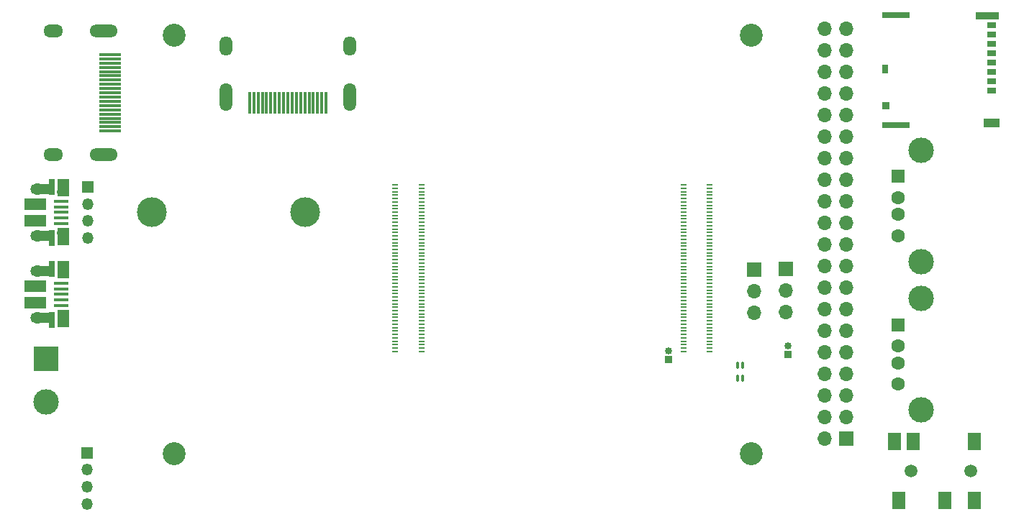
<source format=gbs>
G04 #@! TF.GenerationSoftware,KiCad,Pcbnew,(6.99.0-1603-g82820d4b1c)*
G04 #@! TF.CreationDate,2022-06-17T10:58:42+02:00*
G04 #@! TF.ProjectId,Unifying,556e6966-7969-46e6-972e-6b696361645f,rev?*
G04 #@! TF.SameCoordinates,Original*
G04 #@! TF.FileFunction,Soldermask,Bot*
G04 #@! TF.FilePolarity,Negative*
%FSLAX46Y46*%
G04 Gerber Fmt 4.6, Leading zero omitted, Abs format (unit mm)*
G04 Created by KiCad (PCBNEW (6.99.0-1603-g82820d4b1c)) date 2022-06-17 10:58:42*
%MOMM*%
%LPD*%
G01*
G04 APERTURE LIST*
G04 Aperture macros list*
%AMRoundRect*
0 Rectangle with rounded corners*
0 $1 Rounding radius*
0 $2 $3 $4 $5 $6 $7 $8 $9 X,Y pos of 4 corners*
0 Add a 4 corners polygon primitive as box body*
4,1,4,$2,$3,$4,$5,$6,$7,$8,$9,$2,$3,0*
0 Add four circle primitives for the rounded corners*
1,1,$1+$1,$2,$3*
1,1,$1+$1,$4,$5*
1,1,$1+$1,$6,$7*
1,1,$1+$1,$8,$9*
0 Add four rect primitives between the rounded corners*
20,1,$1+$1,$2,$3,$4,$5,0*
20,1,$1+$1,$4,$5,$6,$7,0*
20,1,$1+$1,$6,$7,$8,$9,0*
20,1,$1+$1,$8,$9,$2,$3,0*%
G04 Aperture macros list end*
%ADD10C,2.700000*%
%ADD11R,0.850000X0.850000*%
%ADD12O,0.850000X0.850000*%
%ADD13C,3.500000*%
%ADD14R,3.000000X3.000000*%
%ADD15C,3.000000*%
%ADD16R,1.700000X1.700000*%
%ADD17O,1.700000X1.700000*%
%ADD18RoundRect,0.079000X-0.079000X0.343500X-0.079000X-0.343500X0.079000X-0.343500X0.079000X0.343500X0*%
%ADD19R,1.750000X0.400000*%
%ADD20R,0.700000X1.825000*%
%ADD21R,1.400000X2.000000*%
%ADD22O,1.700000X1.300000*%
%ADD23R,2.000000X1.300000*%
%ADD24O,1.400000X1.000000*%
%ADD25R,2.500000X1.425000*%
%ADD26R,1.350000X1.350000*%
%ADD27O,1.350000X1.350000*%
%ADD28R,0.300000X2.600000*%
%ADD29O,1.500000X2.300000*%
%ADD30O,1.500000X3.300000*%
%ADD31C,1.500000*%
%ADD32R,1.500000X2.000000*%
%ADD33R,1.500000X1.600000*%
%ADD34C,1.600000*%
%ADD35R,1.100000X0.700000*%
%ADD36R,0.930000X0.900000*%
%ADD37R,0.780000X1.050000*%
%ADD38R,3.330000X0.700000*%
%ADD39R,1.830000X1.140000*%
%ADD40R,2.800000X0.860000*%
%ADD41R,0.700000X0.200000*%
%ADD42R,2.600000X0.300000*%
%ADD43O,2.300000X1.500000*%
%ADD44O,3.300000X1.500000*%
G04 APERTURE END LIST*
D10*
X182484000Y-131308000D03*
D11*
X172749999Y-120199999D03*
D12*
X172749999Y-119199999D03*
D13*
X111999000Y-102860000D03*
D14*
X99491999Y-120131999D03*
D15*
X99492000Y-125212000D03*
D11*
X186799999Y-119599999D03*
D12*
X186799999Y-118599999D03*
D16*
X193699999Y-129499999D03*
D17*
X191159999Y-129499999D03*
X193699999Y-126959999D03*
X191159999Y-126959999D03*
X193699999Y-124419999D03*
X191159999Y-124419999D03*
X193699999Y-121879999D03*
X191159999Y-121879999D03*
X193699999Y-119339999D03*
X191159999Y-119339999D03*
X193699999Y-116799999D03*
X191159999Y-116799999D03*
X193699999Y-114259999D03*
X191159999Y-114259999D03*
X193699999Y-111719999D03*
X191159999Y-111719999D03*
X193699999Y-109179999D03*
X191159999Y-109179999D03*
X193699999Y-106639999D03*
X191159999Y-106639999D03*
X193699999Y-104099999D03*
X191159999Y-104099999D03*
X193699999Y-101559999D03*
X191159999Y-101559999D03*
X193699999Y-99019999D03*
X191159999Y-99019999D03*
X193699999Y-96479999D03*
X191159999Y-96479999D03*
X193699999Y-93939999D03*
X191159999Y-93939999D03*
X193699999Y-91399999D03*
X191159999Y-91399999D03*
X193699999Y-88859999D03*
X191159999Y-88859999D03*
X193699999Y-86319999D03*
X191159999Y-86319999D03*
X193699999Y-83779999D03*
X191159999Y-83779999D03*
X193699999Y-81239999D03*
X191159999Y-81239999D03*
D18*
X181468000Y-120894000D03*
X180925000Y-120894000D03*
X180925000Y-122418000D03*
X181468000Y-122418000D03*
D13*
X130033000Y-102860000D03*
D10*
X182484000Y-82032000D03*
X114572000Y-131308000D03*
D16*
X186549999Y-109549999D03*
D17*
X186549999Y-112089999D03*
X186549999Y-114629999D03*
D16*
X182799999Y-109569999D03*
D17*
X182799999Y-112109999D03*
X182799999Y-114649999D03*
D10*
X114572000Y-82032000D03*
D19*
X101311999Y-113811999D03*
X101311999Y-113161999D03*
X101311999Y-112511999D03*
X101311999Y-111861999D03*
X101311999Y-111211999D03*
D20*
X100191999Y-115499499D03*
D21*
X101551999Y-115361999D03*
D22*
X98491999Y-115236999D03*
D23*
X99421999Y-115236999D03*
D24*
X101521999Y-114936999D03*
D25*
X98241999Y-113474499D03*
X98241999Y-111549499D03*
D24*
X101521999Y-110086999D03*
D22*
X98491999Y-109786999D03*
D23*
X99421999Y-109786999D03*
D21*
X101551999Y-109611999D03*
D20*
X100191999Y-109524499D03*
D26*
X104393999Y-131174999D03*
D27*
X104393999Y-133174999D03*
X104393999Y-135174999D03*
X104393999Y-137174999D03*
D28*
X132474999Y-89986749D03*
X131974999Y-89986749D03*
X131474999Y-89986749D03*
X130974999Y-89986749D03*
X130474999Y-89986749D03*
X129974999Y-89986749D03*
X129474999Y-89986749D03*
X128974999Y-89986749D03*
X128474999Y-89986749D03*
X127974999Y-89986749D03*
X127474999Y-89986749D03*
X126974999Y-89986749D03*
X126474999Y-89986749D03*
X125974999Y-89986749D03*
X125474999Y-89986749D03*
X124974999Y-89986749D03*
X124474999Y-89986749D03*
X123974999Y-89986749D03*
X123474999Y-89986749D03*
D29*
X120724999Y-83296749D03*
D30*
X120724999Y-89256749D03*
D29*
X135224999Y-83296749D03*
D30*
X135224999Y-89256749D03*
D31*
X201315000Y-133300000D03*
X208315000Y-133300000D03*
D32*
X208714999Y-136799999D03*
X208714999Y-129799999D03*
X205314999Y-136799999D03*
X201514999Y-129799999D03*
X199314999Y-129799999D03*
X199814999Y-136799999D03*
D33*
X199770999Y-116077999D03*
D34*
X199771000Y-118578000D03*
X199771000Y-120578000D03*
X199771000Y-123078000D03*
D15*
X202481000Y-113008000D03*
X202481000Y-126148000D03*
D35*
X210808999Y-88475999D03*
X210808999Y-87375999D03*
X210808999Y-86275999D03*
X210808999Y-85175999D03*
X210808999Y-84075999D03*
X210808999Y-82975999D03*
X210808999Y-81875999D03*
X210808999Y-80775999D03*
D36*
X198343999Y-90265999D03*
D37*
X198268999Y-86000999D03*
D38*
X199543999Y-92575999D03*
D39*
X210793999Y-92355999D03*
D40*
X210308999Y-79695999D03*
D38*
X199543999Y-79615999D03*
D41*
X177615999Y-99623999D03*
X174535999Y-99623999D03*
X177615999Y-100023999D03*
X174535999Y-100023999D03*
X177615999Y-100423999D03*
X174535999Y-100423999D03*
X177615999Y-100823999D03*
X174535999Y-100823999D03*
X177615999Y-101223999D03*
X174535999Y-101223999D03*
X177615999Y-101623999D03*
X174535999Y-101623999D03*
X177615999Y-102023999D03*
X174535999Y-102023999D03*
X177615999Y-102423999D03*
X174535999Y-102423999D03*
X177615999Y-102823999D03*
X174535999Y-102823999D03*
X177615999Y-103223999D03*
X174535999Y-103223999D03*
X177615999Y-103623999D03*
X174535999Y-103623999D03*
X177615999Y-104023999D03*
X174535999Y-104023999D03*
X177615999Y-104423999D03*
X174535999Y-104423999D03*
X177615999Y-104823999D03*
X174535999Y-104823999D03*
X177615999Y-105223999D03*
X174535999Y-105223999D03*
X177615999Y-105623999D03*
X174535999Y-105623999D03*
X177615999Y-106023999D03*
X174535999Y-106023999D03*
X177615999Y-106423999D03*
X174535999Y-106423999D03*
X177615999Y-106823999D03*
X174535999Y-106823999D03*
X177615999Y-107223999D03*
X174535999Y-107223999D03*
X177615999Y-107623999D03*
X174535999Y-107623999D03*
X177615999Y-108023999D03*
X174535999Y-108023999D03*
X177615999Y-108423999D03*
X174535999Y-108423999D03*
X177615999Y-108823999D03*
X174535999Y-108823999D03*
X177615999Y-109223999D03*
X174535999Y-109223999D03*
X177615999Y-109623999D03*
X174535999Y-109623999D03*
X177615999Y-110023999D03*
X174535999Y-110023999D03*
X177615999Y-110423999D03*
X174535999Y-110423999D03*
X177615999Y-110823999D03*
X174535999Y-110823999D03*
X177615999Y-111223999D03*
X174535999Y-111223999D03*
X177615999Y-111623999D03*
X174535999Y-111623999D03*
X177615999Y-112023999D03*
X174535999Y-112023999D03*
X177615999Y-112423999D03*
X174535999Y-112423999D03*
X177615999Y-112823999D03*
X174535999Y-112823999D03*
X177615999Y-113223999D03*
X174535999Y-113223999D03*
X177615999Y-113623999D03*
X174535999Y-113623999D03*
X177615999Y-114023999D03*
X174535999Y-114023999D03*
X177615999Y-114423999D03*
X174535999Y-114423999D03*
X177615999Y-114823999D03*
X174535999Y-114823999D03*
X177615999Y-115223999D03*
X174535999Y-115223999D03*
X177615999Y-115623999D03*
X174535999Y-115623999D03*
X177615999Y-116023999D03*
X174535999Y-116023999D03*
X177615999Y-116423999D03*
X174535999Y-116423999D03*
X177615999Y-116823999D03*
X174535999Y-116823999D03*
X177615999Y-117223999D03*
X174535999Y-117223999D03*
X177615999Y-117623999D03*
X174535999Y-117623999D03*
X177615999Y-118023999D03*
X174535999Y-118023999D03*
X177615999Y-118423999D03*
X174535999Y-118423999D03*
X177615999Y-118823999D03*
X174535999Y-118823999D03*
X177615999Y-119223999D03*
X174535999Y-119223999D03*
X143695999Y-99623999D03*
X140615999Y-99623999D03*
X143695999Y-100023999D03*
X140615999Y-100023999D03*
X143695999Y-100423999D03*
X140615999Y-100423999D03*
X143695999Y-100823999D03*
X140615999Y-100823999D03*
X143695999Y-101223999D03*
X140615999Y-101223999D03*
X143695999Y-101623999D03*
X140615999Y-101623999D03*
X143695999Y-102023999D03*
X140615999Y-102023999D03*
X143695999Y-102423999D03*
X140615999Y-102423999D03*
X143695999Y-102823999D03*
X140615999Y-102823999D03*
X143695999Y-103223999D03*
X140615999Y-103223999D03*
X143695999Y-103623999D03*
X140615999Y-103623999D03*
X143695999Y-104023999D03*
X140615999Y-104023999D03*
X143695999Y-104423999D03*
X140615999Y-104423999D03*
X143695999Y-104823999D03*
X140615999Y-104823999D03*
X143695999Y-105223999D03*
X140615999Y-105223999D03*
X143695999Y-105623999D03*
X140615999Y-105623999D03*
X143695999Y-106023999D03*
X140615999Y-106023999D03*
X143695999Y-106423999D03*
X140615999Y-106423999D03*
X143695999Y-106823999D03*
X140615999Y-106823999D03*
X143695999Y-107223999D03*
X140615999Y-107223999D03*
X143695999Y-107623999D03*
X140615999Y-107623999D03*
X143695999Y-108023999D03*
X140615999Y-108023999D03*
X143695999Y-108423999D03*
X140615999Y-108423999D03*
X143695999Y-108823999D03*
X140615999Y-108823999D03*
X143695999Y-109223999D03*
X140615999Y-109223999D03*
X143695999Y-109623999D03*
X140615999Y-109623999D03*
X143695999Y-110023999D03*
X140615999Y-110023999D03*
X143695999Y-110423999D03*
X140615999Y-110423999D03*
X143695999Y-110823999D03*
X140615999Y-110823999D03*
X143695999Y-111223999D03*
X140615999Y-111223999D03*
X143695999Y-111623999D03*
X140615999Y-111623999D03*
X143695999Y-112023999D03*
X140615999Y-112023999D03*
X143695999Y-112423999D03*
X140615999Y-112423999D03*
X143695999Y-112823999D03*
X140615999Y-112823999D03*
X143695999Y-113223999D03*
X140615999Y-113223999D03*
X143695999Y-113623999D03*
X140615999Y-113623999D03*
X143695999Y-114023999D03*
X140615999Y-114023999D03*
X143695999Y-114423999D03*
X140615999Y-114423999D03*
X143695999Y-114823999D03*
X140615999Y-114823999D03*
X143695999Y-115223999D03*
X140615999Y-115223999D03*
X143695999Y-115623999D03*
X140615999Y-115623999D03*
X143695999Y-116023999D03*
X140615999Y-116023999D03*
X143695999Y-116423999D03*
X140615999Y-116423999D03*
X143695999Y-116823999D03*
X140615999Y-116823999D03*
X143695999Y-117223999D03*
X140615999Y-117223999D03*
X143695999Y-117623999D03*
X140615999Y-117623999D03*
X143695999Y-118023999D03*
X140615999Y-118023999D03*
X143695999Y-118423999D03*
X140615999Y-118423999D03*
X143695999Y-118823999D03*
X140615999Y-118823999D03*
X143695999Y-119223999D03*
X140615999Y-119223999D03*
D26*
X104444999Y-99859999D03*
D27*
X104444999Y-101859999D03*
X104444999Y-103859999D03*
X104444999Y-105859999D03*
D19*
X101295999Y-104159999D03*
X101295999Y-103509999D03*
X101295999Y-102859999D03*
X101295999Y-102209999D03*
X101295999Y-101559999D03*
D20*
X100175999Y-105847499D03*
D21*
X101535999Y-105709999D03*
D22*
X98475999Y-105584999D03*
D23*
X99405999Y-105584999D03*
D24*
X101505999Y-105284999D03*
D25*
X98225999Y-103822499D03*
X98225999Y-101897499D03*
D24*
X101505999Y-100434999D03*
D22*
X98475999Y-100134999D03*
D23*
X99405999Y-100134999D03*
D21*
X101535999Y-99959999D03*
D20*
X100175999Y-99872499D03*
D42*
X107036749Y-84274999D03*
X107036749Y-84774999D03*
X107036749Y-85274999D03*
X107036749Y-85774999D03*
X107036749Y-86274999D03*
X107036749Y-86774999D03*
X107036749Y-87274999D03*
X107036749Y-87774999D03*
X107036749Y-88274999D03*
X107036749Y-88774999D03*
X107036749Y-89274999D03*
X107036749Y-89774999D03*
X107036749Y-90274999D03*
X107036749Y-90774999D03*
X107036749Y-91274999D03*
X107036749Y-91774999D03*
X107036749Y-92274999D03*
X107036749Y-92774999D03*
X107036749Y-93274999D03*
D43*
X100346749Y-96024999D03*
D44*
X106306749Y-96024999D03*
D43*
X100346749Y-81524999D03*
D44*
X106306749Y-81524999D03*
D33*
X199789999Y-98607999D03*
D34*
X199790000Y-101108000D03*
X199790000Y-103108000D03*
X199790000Y-105608000D03*
D15*
X202500000Y-95538000D03*
X202500000Y-108678000D03*
M02*

</source>
